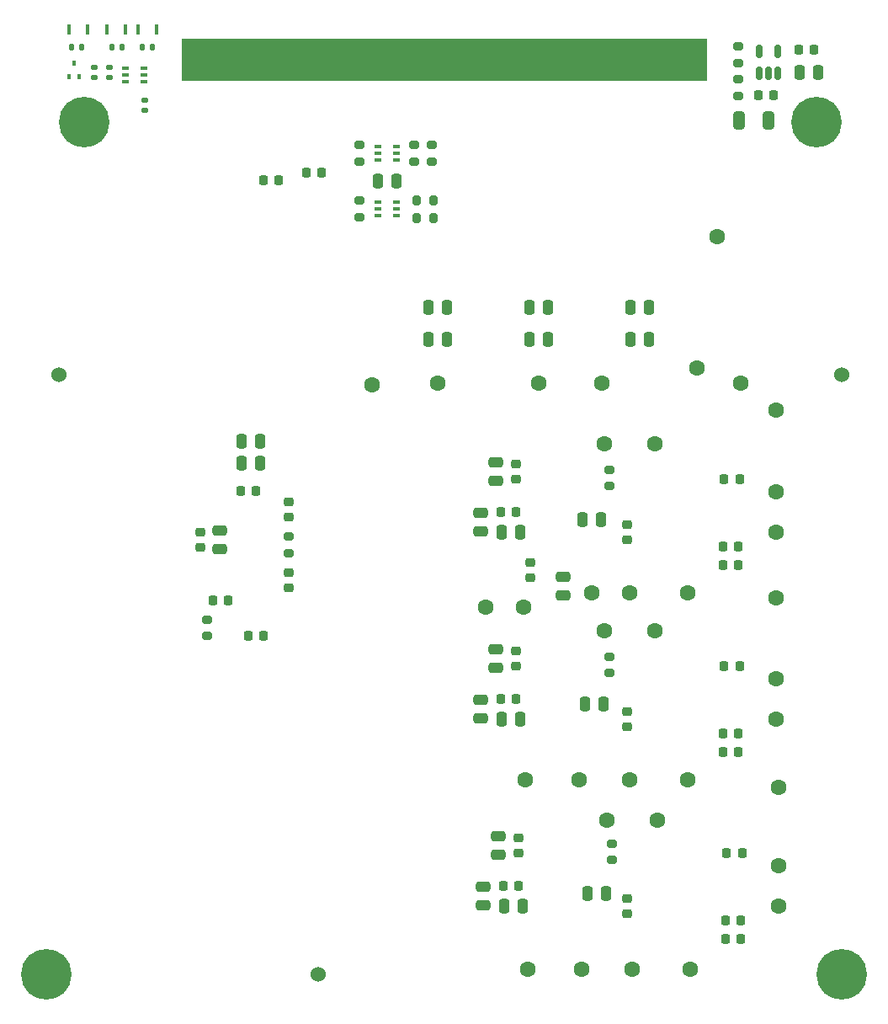
<source format=gbr>
%TF.GenerationSoftware,KiCad,Pcbnew,7.0.5*%
%TF.CreationDate,2023-06-28T17:56:54-04:00*%
%TF.ProjectId,magnetotorqer-drive-board,6d61676e-6574-46f7-946f-727165722d64,A*%
%TF.SameCoordinates,Original*%
%TF.FileFunction,Soldermask,Bot*%
%TF.FilePolarity,Negative*%
%FSLAX46Y46*%
G04 Gerber Fmt 4.6, Leading zero omitted, Abs format (unit mm)*
G04 Created by KiCad (PCBNEW 7.0.5) date 2023-06-28 17:56:54*
%MOMM*%
%LPD*%
G01*
G04 APERTURE LIST*
G04 Aperture macros list*
%AMRoundRect*
0 Rectangle with rounded corners*
0 $1 Rounding radius*
0 $2 $3 $4 $5 $6 $7 $8 $9 X,Y pos of 4 corners*
0 Add a 4 corners polygon primitive as box body*
4,1,4,$2,$3,$4,$5,$6,$7,$8,$9,$2,$3,0*
0 Add four circle primitives for the rounded corners*
1,1,$1+$1,$2,$3*
1,1,$1+$1,$4,$5*
1,1,$1+$1,$6,$7*
1,1,$1+$1,$8,$9*
0 Add four rect primitives between the rounded corners*
20,1,$1+$1,$2,$3,$4,$5,0*
20,1,$1+$1,$4,$5,$6,$7,0*
20,1,$1+$1,$6,$7,$8,$9,0*
20,1,$1+$1,$8,$9,$2,$3,0*%
%AMFreePoly0*
4,1,12,0.105238,2.379067,0.194454,2.319454,0.254067,2.230238,0.275000,2.125000,0.275000,-1.400000,-0.275000,-1.400000,-0.275000,2.125000,-0.254067,2.230238,-0.194454,2.319454,-0.105238,2.379067,0.000000,2.400000,0.105238,2.379067,0.105238,2.379067,$1*%
G04 Aperture macros list end*
%ADD10C,0.100000*%
%ADD11C,1.600000*%
%ADD12C,5.080000*%
%ADD13C,1.524000*%
%ADD14FreePoly0,0.000000*%
%ADD15RoundRect,0.225000X0.225000X0.250000X-0.225000X0.250000X-0.225000X-0.250000X0.225000X-0.250000X0*%
%ADD16RoundRect,0.250000X-0.475000X0.250000X-0.475000X-0.250000X0.475000X-0.250000X0.475000X0.250000X0*%
%ADD17RoundRect,0.200000X-0.275000X0.200000X-0.275000X-0.200000X0.275000X-0.200000X0.275000X0.200000X0*%
%ADD18RoundRect,0.200000X0.275000X-0.200000X0.275000X0.200000X-0.275000X0.200000X-0.275000X-0.200000X0*%
%ADD19R,0.400000X0.510000*%
%ADD20RoundRect,0.225000X0.250000X-0.225000X0.250000X0.225000X-0.250000X0.225000X-0.250000X-0.225000X0*%
%ADD21RoundRect,0.250000X-0.250000X-0.475000X0.250000X-0.475000X0.250000X0.475000X-0.250000X0.475000X0*%
%ADD22RoundRect,0.225000X-0.225000X-0.250000X0.225000X-0.250000X0.225000X0.250000X-0.225000X0.250000X0*%
%ADD23RoundRect,0.150000X0.150000X-0.512500X0.150000X0.512500X-0.150000X0.512500X-0.150000X-0.512500X0*%
%ADD24RoundRect,0.135000X-0.135000X-0.185000X0.135000X-0.185000X0.135000X0.185000X-0.135000X0.185000X0*%
%ADD25R,0.370000X1.000000*%
%ADD26RoundRect,0.250000X0.250000X0.475000X-0.250000X0.475000X-0.250000X-0.475000X0.250000X-0.475000X0*%
%ADD27RoundRect,0.135000X0.135000X0.185000X-0.135000X0.185000X-0.135000X-0.185000X0.135000X-0.185000X0*%
%ADD28RoundRect,0.225000X-0.250000X0.225000X-0.250000X-0.225000X0.250000X-0.225000X0.250000X0.225000X0*%
%ADD29RoundRect,0.250000X0.475000X-0.250000X0.475000X0.250000X-0.475000X0.250000X-0.475000X-0.250000X0*%
%ADD30RoundRect,0.135000X-0.185000X0.135000X-0.185000X-0.135000X0.185000X-0.135000X0.185000X0.135000X0*%
%ADD31RoundRect,0.135000X0.185000X-0.135000X0.185000X0.135000X-0.185000X0.135000X-0.185000X-0.135000X0*%
%ADD32R,0.650000X0.400000*%
%ADD33RoundRect,0.200000X0.200000X0.275000X-0.200000X0.275000X-0.200000X-0.275000X0.200000X-0.275000X0*%
%ADD34RoundRect,0.250000X0.325000X0.650000X-0.325000X0.650000X-0.325000X-0.650000X0.325000X-0.650000X0*%
%ADD35RoundRect,0.200000X-0.200000X-0.275000X0.200000X-0.275000X0.200000X0.275000X-0.200000X0.275000X0*%
G04 APERTURE END LIST*
%TO.C,P1*%
D10*
X134983811Y-57437160D02*
X82183811Y-57437160D01*
X82183811Y-53237160D01*
X134983811Y-53237160D01*
X134983811Y-57437160D01*
G36*
X134983811Y-57437160D02*
G01*
X82183811Y-57437160D01*
X82183811Y-53237160D01*
X134983811Y-53237160D01*
X134983811Y-57437160D01*
G37*
%TD*%
D11*
%TO.C,TP20*%
X142240000Y-140462000D03*
%TD*%
%TO.C,TP16*%
X116713000Y-127762000D03*
%TD*%
%TO.C,TP30*%
X118110000Y-87884000D03*
%TD*%
%TO.C,TP27*%
X123444000Y-108966000D03*
%TD*%
D12*
%TO.C,H4*%
X148590000Y-147320000D03*
%TD*%
D11*
%TO.C,TP37*%
X130048000Y-131826000D03*
%TD*%
%TO.C,TP38*%
X122428000Y-146812000D03*
%TD*%
D13*
%TO.C,TP4*%
X95885000Y-147320000D03*
%TD*%
D11*
%TO.C,TP19*%
X122174000Y-127762000D03*
%TD*%
%TO.C,TP23*%
X124714000Y-93980000D03*
%TD*%
%TO.C,TP9*%
X141986000Y-102870000D03*
%TD*%
%TO.C,TP1*%
X101346000Y-88011000D03*
%TD*%
%TO.C,TP28*%
X136017000Y-73152000D03*
%TD*%
%TO.C,TP25*%
X127254000Y-108966000D03*
%TD*%
D13*
%TO.C,TP6*%
X148590000Y-86995000D03*
%TD*%
D11*
%TO.C,TP31*%
X133985000Y-86360000D03*
%TD*%
%TO.C,TP32*%
X138430000Y-87884000D03*
%TD*%
%TO.C,TP12*%
X141986000Y-121666000D03*
%TD*%
D12*
%TO.C,H3*%
X68580000Y-147320000D03*
%TD*%
D14*
%TO.C,P1*%
X83383811Y-55837160D03*
X84183811Y-55837160D03*
X84983811Y-55837160D03*
X85783811Y-55837160D03*
X86583811Y-55837160D03*
X87383811Y-55837160D03*
X88183811Y-55837160D03*
X88983811Y-55837160D03*
X89783811Y-55837160D03*
X90583811Y-55837160D03*
X91383811Y-55837160D03*
X92183811Y-55837160D03*
X92983811Y-55837160D03*
X93783811Y-55837160D03*
X94583811Y-55837160D03*
X95383811Y-55837160D03*
X96183811Y-55837160D03*
X96983811Y-55837160D03*
X97783811Y-55837160D03*
X98583811Y-55837160D03*
X99383811Y-55837160D03*
X100183811Y-55837160D03*
X100983811Y-55837160D03*
X101783811Y-55837160D03*
X102583811Y-55837160D03*
X103383811Y-55837160D03*
X104183811Y-55837160D03*
X104983811Y-55837160D03*
X105783811Y-55837160D03*
X106583811Y-55837160D03*
X107383811Y-55837160D03*
X108183811Y-55837160D03*
X112183811Y-55837160D03*
X112983811Y-55837160D03*
X113783811Y-55837160D03*
X114583811Y-55837160D03*
X115383811Y-55837160D03*
X116183811Y-55837160D03*
X116983811Y-55837160D03*
X117783811Y-55837160D03*
X118583811Y-55837160D03*
X119383811Y-55837160D03*
X120183811Y-55837160D03*
X120983811Y-55837160D03*
X121783811Y-55837160D03*
X122583811Y-55837160D03*
X123383811Y-55837160D03*
X124183811Y-55837160D03*
X124983811Y-55837160D03*
X125783811Y-55837160D03*
X126583811Y-55837160D03*
X127383811Y-55837160D03*
X128183811Y-55837160D03*
X128983811Y-55837160D03*
X129783811Y-55837160D03*
X130583811Y-55837160D03*
X131383811Y-55837160D03*
X132183811Y-55837160D03*
X132983811Y-55837160D03*
X133783811Y-55837160D03*
%TD*%
D11*
%TO.C,TP3*%
X116586000Y-110363000D03*
%TD*%
%TO.C,TP13*%
X141986000Y-117602000D03*
%TD*%
%TO.C,TP24*%
X112776000Y-110363000D03*
%TD*%
%TO.C,TP5*%
X141986000Y-90551000D03*
%TD*%
%TO.C,TP18*%
X129794000Y-112776000D03*
%TD*%
D12*
%TO.C,H2*%
X146050000Y-61595000D03*
%TD*%
D11*
%TO.C,TP29*%
X107950000Y-87884000D03*
%TD*%
%TO.C,TP15*%
X124714000Y-112776000D03*
%TD*%
%TO.C,TP34*%
X124968000Y-131826000D03*
%TD*%
%TO.C,TP21*%
X142240000Y-136398000D03*
%TD*%
%TO.C,TP36*%
X127508000Y-146812000D03*
%TD*%
%TO.C,TP22*%
X133350000Y-146812000D03*
%TD*%
%TO.C,TP11*%
X133096000Y-108966000D03*
%TD*%
%TO.C,TP26*%
X129794000Y-93980000D03*
%TD*%
%TO.C,TP8*%
X142240000Y-128524000D03*
%TD*%
%TO.C,TP7*%
X141986000Y-109474000D03*
%TD*%
%TO.C,TP14*%
X133096000Y-127762000D03*
%TD*%
%TO.C,TP10*%
X141986000Y-98806000D03*
%TD*%
D12*
%TO.C,H1*%
X72390000Y-61595000D03*
%TD*%
D11*
%TO.C,TP17*%
X127254000Y-127762000D03*
%TD*%
D13*
%TO.C,TP2*%
X69850000Y-86995000D03*
%TD*%
D11*
%TO.C,TP35*%
X116967000Y-146812000D03*
%TD*%
%TO.C,TP33*%
X124460000Y-87884000D03*
%TD*%
D15*
%TO.C,C14*%
X90437000Y-113284000D03*
X88887000Y-113284000D03*
%TD*%
D16*
%TO.C,C79*%
X114046000Y-133416000D03*
X114046000Y-135316000D03*
%TD*%
D17*
%TO.C,R92*%
X138176000Y-57341000D03*
X138176000Y-58991000D03*
%TD*%
%TO.C,R85*%
X107315000Y-63945000D03*
X107315000Y-65595000D03*
%TD*%
%TO.C,R82*%
X100076000Y-63945000D03*
X100076000Y-65595000D03*
%TD*%
D18*
%TO.C,R34*%
X92964000Y-104965000D03*
X92964000Y-103315000D03*
%TD*%
D15*
%TO.C,C1*%
X91961000Y-67437000D03*
X90411000Y-67437000D03*
%TD*%
D19*
%TO.C,Q1*%
X71874000Y-57033000D03*
X70874000Y-57033000D03*
X71374000Y-55743000D03*
%TD*%
D20*
%TO.C,C24*%
X84074000Y-104407000D03*
X84074000Y-102857000D03*
%TD*%
D15*
%TO.C,C29*%
X138189000Y-104272000D03*
X136639000Y-104272000D03*
%TD*%
D21*
%TO.C,C23*%
X88204000Y-93726000D03*
X90104000Y-93726000D03*
%TD*%
D15*
%TO.C,C32*%
X138189000Y-123068000D03*
X136639000Y-123068000D03*
%TD*%
D22*
%TO.C,C72*%
X144259000Y-54356000D03*
X145809000Y-54356000D03*
%TD*%
D23*
%TO.C,U24*%
X142174000Y-56763500D03*
X141224000Y-56763500D03*
X140274000Y-56763500D03*
X140274000Y-54488500D03*
X142174000Y-54488500D03*
%TD*%
D17*
%TO.C,R86*%
X105537000Y-63945000D03*
X105537000Y-65595000D03*
%TD*%
D24*
%TO.C,R24*%
X71118000Y-54102000D03*
X72138000Y-54102000D03*
%TD*%
D25*
%TO.C,LED4*%
X79670000Y-52324000D03*
X77810000Y-52324000D03*
%TD*%
D15*
%TO.C,C73*%
X141745000Y-58928000D03*
X140195000Y-58928000D03*
%TD*%
D26*
%TO.C,C78*%
X124902000Y-139192000D03*
X123002000Y-139192000D03*
%TD*%
D16*
%TO.C,C84*%
X112522000Y-138496000D03*
X112522000Y-140396000D03*
%TD*%
%TO.C,C48*%
X113792000Y-95824000D03*
X113792000Y-97724000D03*
%TD*%
D26*
%TO.C,C41*%
X116266000Y-121666000D03*
X114366000Y-121666000D03*
%TD*%
%TO.C,C67*%
X129220000Y-83439000D03*
X127320000Y-83439000D03*
%TD*%
%TO.C,C62*%
X108900000Y-80264000D03*
X107000000Y-80264000D03*
%TD*%
D27*
%TO.C,R20*%
X76202000Y-54102000D03*
X75182000Y-54102000D03*
%TD*%
D21*
%TO.C,C71*%
X144338000Y-56642000D03*
X146238000Y-56642000D03*
%TD*%
D17*
%TO.C,R37*%
X125222000Y-115380000D03*
X125222000Y-117030000D03*
%TD*%
D28*
%TO.C,C17*%
X92964000Y-106921000D03*
X92964000Y-108471000D03*
%TD*%
D22*
%TO.C,C57*%
X136766000Y-97536000D03*
X138316000Y-97536000D03*
%TD*%
D28*
%TO.C,C46*%
X127000000Y-102095000D03*
X127000000Y-103645000D03*
%TD*%
D26*
%TO.C,C22*%
X90104000Y-95885000D03*
X88204000Y-95885000D03*
%TD*%
D18*
%TO.C,R15*%
X84773000Y-113284000D03*
X84773000Y-111634000D03*
%TD*%
D28*
%TO.C,C49*%
X115824000Y-95999000D03*
X115824000Y-97549000D03*
%TD*%
D29*
%TO.C,C25*%
X85979000Y-104582000D03*
X85979000Y-102682000D03*
%TD*%
D28*
%TO.C,C77*%
X127000000Y-139687000D03*
X127000000Y-141237000D03*
%TD*%
D26*
%TO.C,C64*%
X119060000Y-80264000D03*
X117160000Y-80264000D03*
%TD*%
D28*
%TO.C,C16*%
X92964000Y-99809000D03*
X92964000Y-101359000D03*
%TD*%
D30*
%TO.C,R27*%
X78486000Y-59434000D03*
X78486000Y-60454000D03*
%TD*%
D31*
%TO.C,R31*%
X74930000Y-57152000D03*
X74930000Y-56132000D03*
%TD*%
D32*
%TO.C,Q7*%
X101920000Y-65420000D03*
X101920000Y-64770000D03*
X101920000Y-64120000D03*
X103820000Y-64120000D03*
X103820000Y-64770000D03*
X103820000Y-65420000D03*
%TD*%
D33*
%TO.C,R84*%
X107505000Y-71247000D03*
X105855000Y-71247000D03*
%TD*%
D18*
%TO.C,R93*%
X138176000Y-55689000D03*
X138176000Y-54039000D03*
%TD*%
D22*
%TO.C,C15*%
X88125000Y-98679000D03*
X89675000Y-98679000D03*
%TD*%
%TO.C,C11*%
X136766000Y-116332000D03*
X138316000Y-116332000D03*
%TD*%
D34*
%TO.C,C74*%
X141175000Y-61468000D03*
X138225000Y-61468000D03*
%TD*%
D25*
%TO.C,LED2*%
X72685000Y-52324000D03*
X70825000Y-52324000D03*
%TD*%
D20*
%TO.C,C7*%
X117221000Y-107455000D03*
X117221000Y-105905000D03*
%TD*%
D28*
%TO.C,C80*%
X116078000Y-133591000D03*
X116078000Y-135141000D03*
%TD*%
D26*
%TO.C,C66*%
X129220000Y-80264000D03*
X127320000Y-80264000D03*
%TD*%
D22*
%TO.C,C2*%
X94729000Y-66675000D03*
X96279000Y-66675000D03*
%TD*%
D15*
%TO.C,C55*%
X138443000Y-141864000D03*
X136893000Y-141864000D03*
%TD*%
D18*
%TO.C,R89*%
X100076000Y-71183000D03*
X100076000Y-69533000D03*
%TD*%
D15*
%TO.C,C28*%
X138189000Y-106172000D03*
X136639000Y-106172000D03*
%TD*%
D17*
%TO.C,R52*%
X125222000Y-96584000D03*
X125222000Y-98234000D03*
%TD*%
D16*
%TO.C,C38*%
X113792000Y-114620000D03*
X113792000Y-116520000D03*
%TD*%
D32*
%TO.C,Q9*%
X101920000Y-71008000D03*
X101920000Y-70358000D03*
X101920000Y-69708000D03*
X103820000Y-69708000D03*
X103820000Y-70358000D03*
X103820000Y-71008000D03*
%TD*%
D30*
%TO.C,R21*%
X73406000Y-56132000D03*
X73406000Y-57152000D03*
%TD*%
D15*
%TO.C,C42*%
X115837000Y-119634000D03*
X114287000Y-119634000D03*
%TD*%
D32*
%TO.C,Q2*%
X78420000Y-56246000D03*
X78420000Y-56896000D03*
X78420000Y-57546000D03*
X76520000Y-57546000D03*
X76520000Y-56896000D03*
X76520000Y-56246000D03*
%TD*%
D15*
%TO.C,C52*%
X115837000Y-100838000D03*
X114287000Y-100838000D03*
%TD*%
%TO.C,C83*%
X116091000Y-138430000D03*
X114541000Y-138430000D03*
%TD*%
D26*
%TO.C,C47*%
X124394000Y-101600000D03*
X122494000Y-101600000D03*
%TD*%
D21*
%TO.C,C70*%
X101920000Y-67564000D03*
X103820000Y-67564000D03*
%TD*%
D25*
%TO.C,LED1*%
X76495000Y-52324000D03*
X74635000Y-52324000D03*
%TD*%
D28*
%TO.C,C39*%
X115824000Y-114795000D03*
X115824000Y-116345000D03*
%TD*%
D22*
%TO.C,C18*%
X85331000Y-109728000D03*
X86881000Y-109728000D03*
%TD*%
D15*
%TO.C,C31*%
X138189000Y-124968000D03*
X136639000Y-124968000D03*
%TD*%
D27*
%TO.C,R90*%
X79250000Y-54102000D03*
X78230000Y-54102000D03*
%TD*%
D17*
%TO.C,R95*%
X125476000Y-134176000D03*
X125476000Y-135826000D03*
%TD*%
D16*
%TO.C,C53*%
X112268000Y-100904000D03*
X112268000Y-102804000D03*
%TD*%
D26*
%TO.C,C51*%
X116266000Y-102870000D03*
X114366000Y-102870000D03*
%TD*%
D22*
%TO.C,C58*%
X137020000Y-135128000D03*
X138570000Y-135128000D03*
%TD*%
D35*
%TO.C,R88*%
X105855000Y-69469000D03*
X107505000Y-69469000D03*
%TD*%
D26*
%TO.C,C37*%
X124648000Y-120142000D03*
X122748000Y-120142000D03*
%TD*%
D16*
%TO.C,C43*%
X112268000Y-119700000D03*
X112268000Y-121600000D03*
%TD*%
D28*
%TO.C,C36*%
X127000000Y-120891000D03*
X127000000Y-122441000D03*
%TD*%
D26*
%TO.C,C65*%
X119060000Y-83439000D03*
X117160000Y-83439000D03*
%TD*%
%TO.C,C63*%
X108900000Y-83439000D03*
X107000000Y-83439000D03*
%TD*%
D15*
%TO.C,C54*%
X138443000Y-143764000D03*
X136893000Y-143764000D03*
%TD*%
D29*
%TO.C,C5*%
X120523000Y-109220000D03*
X120523000Y-107320000D03*
%TD*%
D26*
%TO.C,C82*%
X116520000Y-140462000D03*
X114620000Y-140462000D03*
%TD*%
M02*

</source>
